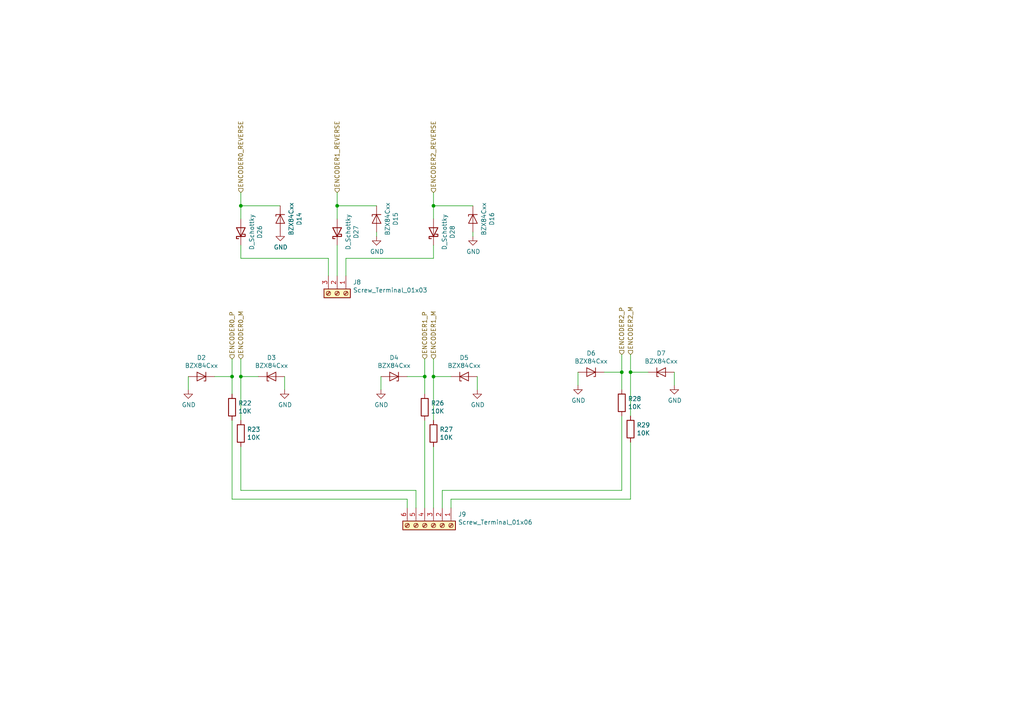
<source format=kicad_sch>
(kicad_sch (version 20231120) (generator "eeschema") (generator_version "8.0")
  (paper "A4")
  (lib_symbols
    (symbol "Connector:Screw_Terminal_01x03" (pin_names (offset 1.016) hide)
      (property "Reference" "J" (at 0 5.08 0))
      (property "Value" "Screw_Terminal_01x03" (at 0 -5.08 0))
      (symbol "Screw_Terminal_01x03_1_1"
        (rectangle (start -1.27 3.81) (end 1.27 -3.81) (stroke (width 0.254)) (fill (type background)))
        (circle (center 0 -2.54) (radius 0.635) (stroke (width 0.1524)))
        (polyline (pts (xy -0.5334 -2.2098) (xy 0.3302 -3.048)) (stroke (width 0.1524)))
        (polyline (pts (xy -0.5334 0.3302) (xy 0.3302 -0.508)) (stroke (width 0.1524)))
        (polyline (pts (xy -0.5334 2.8702) (xy 0.3302 2.032)) (stroke (width 0.1524)))
        (polyline (pts (xy -0.3556 -2.032) (xy 0.508 -2.8702)) (stroke (width 0.1524)))
        (polyline (pts (xy -0.3556 0.508) (xy 0.508 -0.3302)) (stroke (width 0.1524)))
        (polyline (pts (xy -0.3556 3.048) (xy 0.508 2.2098)) (stroke (width 0.1524)))
        (circle (center 0 0) (radius 0.635) (stroke (width 0.1524)))
        (circle (center 0 2.54) (radius 0.635) (stroke (width 0.1524)))
        (pin passive line (at -5.08 2.54 0) (length 3.81) (name "Pin_1") (number "1"))
        (pin passive line (at -5.08 0 0) (length 3.81) (name "Pin_2") (number "2"))
        (pin passive line (at -5.08 -2.54 0) (length 3.81) (name "Pin_3") (number "3"))
      )
    )
    (symbol "Connector:Screw_Terminal_01x06" (pin_names (offset 1.016) hide)
      (property "Reference" "J" (at 0 7.62 0))
      (property "Value" "Screw_Terminal_01x06" (at 0 -10.16 0))
      (symbol "Screw_Terminal_01x06_1_1"
        (rectangle (start -1.27 6.35) (end 1.27 -8.89) (stroke (width 0.254)) (fill (type background)))
        (circle (center 0 -7.62) (radius 0.635) (stroke (width 0.1524)))
        (circle (center 0 -5.08) (radius 0.635) (stroke (width 0.1524)))
        (circle (center 0 -2.54) (radius 0.635) (stroke (width 0.1524)))
        (polyline (pts (xy -0.5334 -7.2898) (xy 0.3302 -8.128)) (stroke (width 0.1524)))
        (polyline (pts (xy -0.5334 -4.7498) (xy 0.3302 -5.588)) (stroke (width 0.1524)))
        (polyline (pts (xy -0.5334 -2.2098) (xy 0.3302 -3.048)) (stroke (width 0.1524)))
        (polyline (pts (xy -0.5334 0.3302) (xy 0.3302 -0.508)) (stroke (width 0.1524)))
        (polyline (pts (xy -0.5334 2.8702) (xy 0.3302 2.032)) (stroke (width 0.1524)))
        (polyline (pts (xy -0.5334 5.4102) (xy 0.3302 4.572)) (stroke (width 0.1524)))
        (polyline (pts (xy -0.3556 -7.112) (xy 0.508 -7.9502)) (stroke (width 0.1524)))
        (polyline (pts (xy -0.3556 -4.572) (xy 0.508 -5.4102)) (stroke (width 0.1524)))
        (polyline (pts (xy -0.3556 -2.032) (xy 0.508 -2.8702)) (stroke (width 0.1524)))
        (polyline (pts (xy -0.3556 0.508) (xy 0.508 -0.3302)) (stroke (width 0.1524)))
        (polyline (pts (xy -0.3556 3.048) (xy 0.508 2.2098)) (stroke (width 0.1524)))
        (polyline (pts (xy -0.3556 5.588) (xy 0.508 4.7498)) (stroke (width 0.1524)))
        (circle (center 0 0) (radius 0.635) (stroke (width 0.1524)))
        (circle (center 0 2.54) (radius 0.635) (stroke (width 0.1524)))
        (circle (center 0 5.08) (radius 0.635) (stroke (width 0.1524)))
        (pin passive line (at -5.08 5.08 0) (length 3.81) (name "Pin_1") (number "1"))
        (pin passive line (at -5.08 2.54 0) (length 3.81) (name "Pin_2") (number "2"))
        (pin passive line (at -5.08 0 0) (length 3.81) (name "Pin_3") (number "3"))
        (pin passive line (at -5.08 -2.54 0) (length 3.81) (name "Pin_4") (number "4"))
        (pin passive line (at -5.08 -5.08 0) (length 3.81) (name "Pin_5") (number "5"))
        (pin passive line (at -5.08 -7.62 0) (length 3.81) (name "Pin_6") (number "6"))
      )
    )
    (symbol "Device:D_Schottky" (pin_numbers hide) (pin_names (offset 1.016) hide)
      (property "Reference" "D" (at 0 2.54 0))
      (property "Value" "D_Schottky" (at 0 -2.54 0))
      (symbol "D_Schottky_0_1"
        (polyline (pts (xy 1.27 0) (xy -1.27 0)))
        (polyline (pts (xy 1.27 1.27) (xy 1.27 -1.27) (xy -1.27 0) (xy 1.27 1.27)) (stroke (width 0.254)))
        (polyline (pts (xy -1.905 0.635) (xy -1.905 1.27) (xy -1.27 1.27) (xy -1.27 -1.27) (xy -0.635 -1.27) (xy -0.635 -0.635)) (stroke (width 0.254)))
      )
      (symbol "D_Schottky_1_1"
        (pin passive line (at -3.81 0 0) (length 2.54) (name "K") (number "1"))
        (pin passive line (at 3.81 0 180) (length 2.54) (name "A") (number "2"))
      )
    )
    (symbol "Device:R" (pin_numbers hide) (pin_names (offset 0))
      (property "Reference" "R" (at 2.032 0 90))
      (property "Value" "R" (at 0 0 90))
      (symbol "R_0_1"
        (rectangle (start -1.016 -2.54) (end 1.016 2.54) (stroke (width 0.254)))
      )
      (symbol "R_1_1"
        (pin passive line (at 0 3.81 270) (length 1.27) (name "~") (number "1"))
        (pin passive line (at 0 -3.81 90) (length 1.27) (name "~") (number "2"))
      )
    )
    (symbol "ETH OPAMP DCMI FSMC CAN ENCODER CS1000-rescue:BZX84Cxx-Diode" (pin_numbers hide) (pin_names (offset 1.016) hide)
      (property "Reference" "D" (at 0 2.54 0))
      (property "Value" "Diode_BZX84Cxx" (at 0 -2.54 0))
      (symbol "BZX84Cxx-Diode_0_1"
        (polyline (pts (xy 1.27 0) (xy -1.27 0)))
        (polyline (pts (xy -1.27 -1.27) (xy -1.27 1.27) (xy -0.762 1.27)) (stroke (width 0.2032)))
        (polyline (pts (xy 1.27 -1.27) (xy 1.27 1.27) (xy -1.27 0) (xy 1.27 -1.27)) (stroke (width 0.2032)))
      )
      (symbol "BZX84Cxx-Diode_1_1"
        (pin passive line (at -3.81 0 0) (length 2.54) (name "K") (number "1"))
        (pin passive line (at 3.81 0 180) (length 2.54) (name "A") (number "2"))
      )
    )
    (symbol "ETH OPAMP DCMI FSMC CAN ENCODER CS1000-rescue:GND-power" (power) (pin_names (offset 0))
      (property "Value" "power_GND" (at 0 -3.81 0))
      (symbol "GND-power_0_1"
        (polyline (pts (xy 0 0) (xy 0 -1.27) (xy 1.27 -1.27) (xy 0 -2.54) (xy -1.27 -1.27) (xy 0 -1.27)))
      )
      (symbol "GND-power_1_1"
        (pin power_in line (at 0 0 270) (length 0) hide (name "GND") (number "1"))
      )
    )
  )
  (junction (at 123.19 109.22))
  (junction (at 180.34 107.95))
  (junction (at 69.85 59.69))
  (junction (at 125.73 109.22))
  (junction (at 69.85 109.22))
  (junction (at 125.73 59.69))
  (junction (at 97.79 59.69))
  (junction (at 182.88 107.95))
  (junction (at 67.31 109.22))
  (wire (pts (xy 182.88 144.78) (xy 182.88 128.27)))
  (wire (pts (xy 138.43 113.03) (xy 138.43 109.22)))
  (wire (pts (xy 97.79 80.01) (xy 97.79 71.12)))
  (wire (pts (xy 97.79 63.5) (xy 97.79 59.69)))
  (wire (pts (xy 125.73 63.5) (xy 125.73 59.69)))
  (wire (pts (xy 130.81 109.22) (xy 125.73 109.22)))
  (wire (pts (xy 69.85 59.69) (xy 69.85 55.88)))
  (wire (pts (xy 167.64 111.76) (xy 167.64 107.95)))
  (wire (pts (xy 118.11 147.32) (xy 118.11 144.78)))
  (wire (pts (xy 123.19 121.92) (xy 123.19 147.32)))
  (wire (pts (xy 125.73 129.54) (xy 125.73 147.32)))
  (wire (pts (xy 137.16 68.58) (xy 137.16 67.31)))
  (wire (pts (xy 125.73 59.69) (xy 125.73 55.88)))
  (wire (pts (xy 182.88 102.87) (xy 182.88 107.95)))
  (wire (pts (xy 69.85 142.24) (xy 69.85 129.54)))
  (wire (pts (xy 195.58 111.76) (xy 195.58 107.95)))
  (wire (pts (xy 180.34 120.65) (xy 180.34 142.24)))
  (wire (pts (xy 69.85 104.14) (xy 69.85 109.22)))
  (wire (pts (xy 125.73 104.14) (xy 125.73 109.22)))
  (wire (pts (xy 54.61 113.03) (xy 54.61 109.22)))
  (wire (pts (xy 123.19 114.3) (xy 123.19 109.22)))
  (wire (pts (xy 120.65 142.24) (xy 120.65 147.32)))
  (wire (pts (xy 97.79 59.69) (xy 97.79 55.88)))
  (wire (pts (xy 100.33 80.01) (xy 100.33 74.93)))
  (wire (pts (xy 180.34 113.03) (xy 180.34 107.95)))
  (wire (pts (xy 187.96 107.95) (xy 182.88 107.95)))
  (wire (pts (xy 109.22 59.69) (xy 97.79 59.69)))
  (wire (pts (xy 67.31 109.22) (xy 67.31 104.14)))
  (wire (pts (xy 125.73 74.93) (xy 125.73 71.12)))
  (wire (pts (xy 130.81 144.78) (xy 182.88 144.78)))
  (wire (pts (xy 125.73 109.22) (xy 125.73 121.92)))
  (wire (pts (xy 62.23 109.22) (xy 67.31 109.22)))
  (wire (pts (xy 67.31 121.92) (xy 67.31 144.78)))
  (wire (pts (xy 74.93 109.22) (xy 69.85 109.22)))
  (wire (pts (xy 109.22 67.31) (xy 109.22 68.58)))
  (wire (pts (xy 137.16 59.69) (xy 125.73 59.69)))
  (wire (pts (xy 123.19 109.22) (xy 123.19 104.14)))
  (wire (pts (xy 81.28 59.69) (xy 69.85 59.69)))
  (wire (pts (xy 118.11 144.78) (xy 67.31 144.78)))
  (wire (pts (xy 95.25 74.93) (xy 69.85 74.93)))
  (wire (pts (xy 130.81 147.32) (xy 130.81 144.78)))
  (wire (pts (xy 118.11 109.22) (xy 123.19 109.22)))
  (wire (pts (xy 69.85 74.93) (xy 69.85 71.12)))
  (wire (pts (xy 182.88 107.95) (xy 182.88 120.65)))
  (wire (pts (xy 67.31 114.3) (xy 67.31 109.22)))
  (wire (pts (xy 100.33 74.93) (xy 125.73 74.93)))
  (wire (pts (xy 69.85 63.5) (xy 69.85 59.69)))
  (wire (pts (xy 110.49 113.03) (xy 110.49 109.22)))
  (wire (pts (xy 128.27 142.24) (xy 128.27 147.32)))
  (wire (pts (xy 95.25 80.01) (xy 95.25 74.93)))
  (wire (pts (xy 180.34 107.95) (xy 180.34 102.87)))
  (wire (pts (xy 69.85 142.24) (xy 120.65 142.24)))
  (wire (pts (xy 175.26 107.95) (xy 180.34 107.95)))
  (wire (pts (xy 82.55 113.03) (xy 82.55 109.22)))
  (wire (pts (xy 180.34 142.24) (xy 128.27 142.24)))
  (wire (pts (xy 69.85 109.22) (xy 69.85 121.92)))
  (hierarchical_label "ENCODER2_P" (shape input) (at 180.34 102.87 90))
  (hierarchical_label "ENCODER1_REVERSE" (shape input) (at 97.79 55.88 90))
  (hierarchical_label "ENCODER1_M" (shape input) (at 125.73 104.14 90))
  (hierarchical_label "ENCODER2_M" (shape input) (at 182.88 102.87 90))
  (hierarchical_label "ENCODER0_P" (shape input) (at 67.31 104.14 90))
  (hierarchical_label "ENCODER1_P" (shape input) (at 123.19 104.14 90))
  (hierarchical_label "ENCODER0_M" (shape input) (at 69.85 104.14 90))
  (hierarchical_label "ENCODER0_REVERSE" (shape input) (at 69.85 55.88 90))
  (hierarchical_label "ENCODER2_REVERSE" (shape input) (at 125.73 55.88 90))
  (symbol (lib_id "Device:D_Schottky") (at 125.73 67.31 90) (unit 1)
    (property "Reference" "D28" (at 131.2164 67.31 0))
    (property "Value" "D_Schottky" (at 128.905 67.31 0))
    (property "Footprint" "Diode_SMD:D_SOD-123" (effects (hide yes)))
    (property "Datasheet" "863-BAT54T1G" (effects (hide yes)))
    (instances (project "" (path "" (reference "D28") (unit 1)) (path "" (reference "D?") (unit 1))))
  )
  (symbol (lib_id "Device:D_Schottky") (at 97.79 67.31 90) (unit 1)
    (property "Reference" "D27" (at 103.2764 67.31 0))
    (property "Value" "D_Schottky" (at 100.965 67.31 0))
    (property "Footprint" "Diode_SMD:D_SOD-123" (effects (hide yes)))
    (property "Datasheet" "863-BAT54T1G" (effects (hide yes)))
    (instances (project "" (path "" (reference "D27") (unit 1)) (path "" (reference "D?") (unit 1))))
  )
  (symbol (lib_id "Device:D_Schottky") (at 69.85 67.31 90) (unit 1)
    (property "Reference" "D26" (at 75.3364 67.31 0))
    (property "Value" "D_Schottky" (at 73.025 67.31 0))
    (property "Footprint" "Diode_SMD:D_SOD-123" (effects (hide yes)))
    (property "Datasheet" "863-BAT54T1G" (effects (hide yes)))
    (instances (project "" (path "" (reference "D26") (unit 1)) (path "" (reference "D?") (unit 1))))
  )
  (symbol (lib_id "Connector:Screw_Terminal_01x03") (at 97.79 85.09 270) (unit 1)
    (property "Reference" "J8" (at 102.362 81.8642 90) (effects (justify left)))
    (property "Value" "Screw_Terminal_01x03" (at 102.362 84.1756 90) (effects (justify left)))
    (property "Footprint" "TerminalBlock_Phoenix:TerminalBlock_Phoenix_MKDS-1,5-3_1x03_P5.00mm_Horizontal" (effects (hide yes)))
    (property "Datasheet" "651-1935174" (effects (hide yes)))
  )
  (symbol (lib_id "Device:R") (at 123.19 118.11 0) (unit 1)
    (property "Reference" "R26" (at 124.968 116.9416 0) (effects (justify left)))
    (property "Value" "10K" (at 124.968 119.253 0) (effects (justify left)))
    (property "Footprint" "Resistor_SMD:R_0603_1608Metric" (effects (hide yes)))
    (property "Datasheet" "71-CRCW060310K0JNEAC" (effects (hide yes)))
  )
  (symbol (lib_id "Device:R") (at 125.73 125.73 0) (unit 1)
    (property "Reference" "R27" (at 127.508 124.5616 0) (effects (justify left)))
    (property "Value" "10K" (at 127.508 126.873 0) (effects (justify left)))
    (property "Footprint" "Resistor_SMD:R_0603_1608Metric" (effects (hide yes)))
    (property "Datasheet" "71-CRCW060310K0JNEAC" (effects (hide yes)))
  )
  (symbol (lib_id "ETH OPAMP DCMI FSMC CAN ENCODER CS1000-rescue:BZX84Cxx-Diode") (at 114.3 109.22 180) (unit 1)
    (property "Reference" "D4" (at 114.3 103.7336 0))
    (property "Value" "BZX84Cxx" (at 114.3 106.045 0))
    (property "Footprint" "Diode_SMD:D_SOT-23_ANK" (effects (hide yes)))
    (property "Datasheet" "863-BZX84C3V6LT1G" (effects (hide yes)))
  )
  (symbol (lib_id "ETH OPAMP DCMI FSMC CAN ENCODER CS1000-rescue:BZX84Cxx-Diode") (at 134.62 109.22 0) (mirror x) (unit 1)
    (property "Reference" "D5" (at 134.62 103.7336 0))
    (property "Value" "BZX84Cxx" (at 134.62 106.045 0))
    (property "Footprint" "Diode_SMD:D_SOT-23_ANK" (effects (hide yes)))
    (property "Datasheet" "863-BZX84C3V6LT1G" (effects (hide yes)))
  )
  (symbol (lib_id "ETH OPAMP DCMI FSMC CAN ENCODER CS1000-rescue:GND-power") (at 110.49 113.03 0) (unit 1)
    (property "Reference" "#PWR044" (effects (hide yes)))
    (property "Value" "GND" (at 110.617 117.4242 0))
  )
  (symbol (lib_id "Connector:Screw_Terminal_01x06") (at 125.73 152.4 270) (unit 1)
    (property "Reference" "J9" (at 132.842 149.1742 90) (effects (justify left)))
    (property "Value" "Screw_Terminal_01x06" (at 132.842 151.4856 90) (effects (justify left)))
    (property "Footprint" "TerminalBlock_Phoenix:TerminalBlock_Phoenix_MKDS-1,5-6_1x06_P5.00mm_Horizontal" (effects (hide yes)))
    (property "Datasheet" "651-1935200" (effects (hide yes)))
  )
  (symbol (lib_id "ETH OPAMP DCMI FSMC CAN ENCODER CS1000-rescue:BZX84Cxx-Diode") (at 137.16 63.5 90) (mirror x) (unit 1)
    (property "Reference" "D16" (at 142.6464 63.5 0))
    (property "Value" "BZX84Cxx" (at 140.335 63.5 0))
    (property "Footprint" "Diode_SMD:D_SOT-23_ANK" (effects (hide yes)))
    (property "Datasheet" "863-BZX84C3V6LT1G" (effects (hide yes)))
  )
  (symbol (lib_id "ETH OPAMP DCMI FSMC CAN ENCODER CS1000-rescue:GND-power") (at 137.16 68.58 0) (unit 1)
    (property "Reference" "#PWR045" (effects (hide yes)))
    (property "Value" "GND" (at 137.287 72.9742 0))
  )
  (symbol (lib_id "ETH OPAMP DCMI FSMC CAN ENCODER CS1000-rescue:BZX84Cxx-Diode") (at 109.22 63.5 90) (mirror x) (unit 1)
    (property "Reference" "D15" (at 114.7064 63.5 0))
    (property "Value" "BZX84Cxx" (at 112.395 63.5 0))
    (property "Footprint" "Diode_SMD:D_SOT-23_ANK" (effects (hide yes)))
    (property "Datasheet" "863-BZX84C3V6LT1G" (effects (hide yes)))
  )
  (symbol (lib_id "ETH OPAMP DCMI FSMC CAN ENCODER CS1000-rescue:GND-power") (at 109.22 68.58 0) (unit 1)
    (property "Reference" "#PWR043" (effects (hide yes)))
    (property "Value" "GND" (at 109.347 72.9742 0))
  )
  (symbol (lib_id "ETH OPAMP DCMI FSMC CAN ENCODER CS1000-rescue:BZX84Cxx-Diode") (at 81.28 63.5 90) (mirror x) (unit 1)
    (property "Reference" "D14" (at 86.7664 63.5 0))
    (property "Value" "BZX84Cxx" (at 84.455 63.5 0))
    (property "Footprint" "Diode_SMD:D_SOT-23_ANK" (effects (hide yes)))
    (property "Datasheet" "863-BZX84C3V6LT1G" (effects (hide yes)))
  )
  (symbol (lib_id "ETH OPAMP DCMI FSMC CAN ENCODER CS1000-rescue:GND-power") (at 81.28 67.31 0) (unit 1)
    (property "Reference" "#PWR041" (effects (hide yes)))
    (property "Value" "GND" (at 81.407 71.7042 0))
  )
  (symbol (lib_id "ETH OPAMP DCMI FSMC CAN ENCODER CS1000-rescue:GND-power") (at 138.43 113.03 0) (unit 1)
    (property "Reference" "#PWR046" (effects (hide yes)))
    (property "Value" "GND" (at 138.557 117.4242 0))
  )
  (symbol (lib_id "Device:R") (at 180.34 116.84 0) (unit 1)
    (property "Reference" "R28" (at 182.118 115.6716 0) (effects (justify left)))
    (property "Value" "10K" (at 182.118 117.983 0) (effects (justify left)))
    (property "Footprint" "Resistor_SMD:R_0603_1608Metric" (effects (hide yes)))
    (property "Datasheet" "71-CRCW060310K0JNEAC" (effects (hide yes)))
  )
  (symbol (lib_id "Device:R") (at 182.88 124.46 0) (unit 1)
    (property "Reference" "R29" (at 184.658 123.2916 0) (effects (justify left)))
    (property "Value" "10K" (at 184.658 125.603 0) (effects (justify left)))
    (property "Footprint" "Resistor_SMD:R_0603_1608Metric" (effects (hide yes)))
    (property "Datasheet" "71-CRCW060310K0JNEAC" (effects (hide yes)))
  )
  (symbol (lib_id "ETH OPAMP DCMI FSMC CAN ENCODER CS1000-rescue:BZX84Cxx-Diode") (at 171.45 107.95 180) (unit 1)
    (property "Reference" "D6" (at 171.45 102.4636 0))
    (property "Value" "BZX84Cxx" (at 171.45 104.775 0))
    (property "Footprint" "Diode_SMD:D_SOT-23_ANK" (effects (hide yes)))
    (property "Datasheet" "863-BZX84C3V6LT1G" (effects (hide yes)))
  )
  (symbol (lib_id "ETH OPAMP DCMI FSMC CAN ENCODER CS1000-rescue:BZX84Cxx-Diode") (at 191.77 107.95 0) (mirror x) (unit 1)
    (property "Reference" "D7" (at 191.77 102.4636 0))
    (property "Value" "BZX84Cxx" (at 191.77 104.775 0))
    (property "Footprint" "Diode_SMD:D_SOT-23_ANK" (effects (hide yes)))
    (property "Datasheet" "863-BZX84C3V6LT1G" (effects (hide yes)))
  )
  (symbol (lib_id "ETH OPAMP DCMI FSMC CAN ENCODER CS1000-rescue:GND-power") (at 167.64 111.76 0) (unit 1)
    (property "Reference" "#PWR047" (effects (hide yes)))
    (property "Value" "GND" (at 167.767 116.1542 0))
  )
  (symbol (lib_id "ETH OPAMP DCMI FSMC CAN ENCODER CS1000-rescue:GND-power") (at 195.58 111.76 0) (unit 1)
    (property "Reference" "#PWR048" (effects (hide yes)))
    (property "Value" "GND" (at 195.707 116.1542 0))
  )
  (symbol (lib_id "Device:R") (at 67.31 118.11 0) (unit 1)
    (property "Reference" "R22" (at 69.088 116.9416 0) (effects (justify left)))
    (property "Value" "10K" (at 69.088 119.253 0) (effects (justify left)))
    (property "Footprint" "Resistor_SMD:R_0603_1608Metric" (effects (hide yes)))
    (property "Datasheet" "71-CRCW060310K0JNEAC" (effects (hide yes)))
  )
  (symbol (lib_id "Device:R") (at 69.85 125.73 0) (unit 1)
    (property "Reference" "R23" (at 71.628 124.5616 0) (effects (justify left)))
    (property "Value" "10K" (at 71.628 126.873 0) (effects (justify left)))
    (property "Footprint" "Resistor_SMD:R_0603_1608Metric" (effects (hide yes)))
    (property "Datasheet" "71-CRCW060310K0JNEAC" (effects (hide yes)))
  )
  (symbol (lib_id "ETH OPAMP DCMI FSMC CAN ENCODER CS1000-rescue:BZX84Cxx-Diode") (at 58.42 109.22 180) (unit 1)
    (property "Reference" "D2" (at 58.42 103.7336 0))
    (property "Value" "BZX84Cxx" (at 58.42 106.045 0))
    (property "Footprint" "Diode_SMD:D_SOT-23_ANK" (effects (hide yes)))
    (property "Datasheet" "863-BZX84C3V6LT1G" (effects (hide yes)))
  )
  (symbol (lib_id "ETH OPAMP DCMI FSMC CAN ENCODER CS1000-rescue:BZX84Cxx-Diode") (at 78.74 109.22 0) (mirror x) (unit 1)
    (property "Reference" "D3" (at 78.74 103.7336 0))
    (property "Value" "BZX84Cxx" (at 78.74 106.045 0))
    (property "Footprint" "Diode_SMD:D_SOT-23_ANK" (effects (hide yes)))
    (property "Datasheet" "863-BZX84C3V6LT1G" (effects (hide yes)))
  )
  (symbol (lib_id "ETH OPAMP DCMI FSMC CAN ENCODER CS1000-rescue:GND-power") (at 54.61 113.03 0) (unit 1)
    (property "Reference" "#PWR040" (effects (hide yes)))
    (property "Value" "GND" (at 54.737 117.4242 0))
  )
  (symbol (lib_id "ETH OPAMP DCMI FSMC CAN ENCODER CS1000-rescue:GND-power") (at 82.55 113.03 0) (unit 1)
    (property "Reference" "#PWR042" (effects (hide yes)))
    (property "Value" "GND" (at 82.677 117.4242 0))
  )
)
</source>
